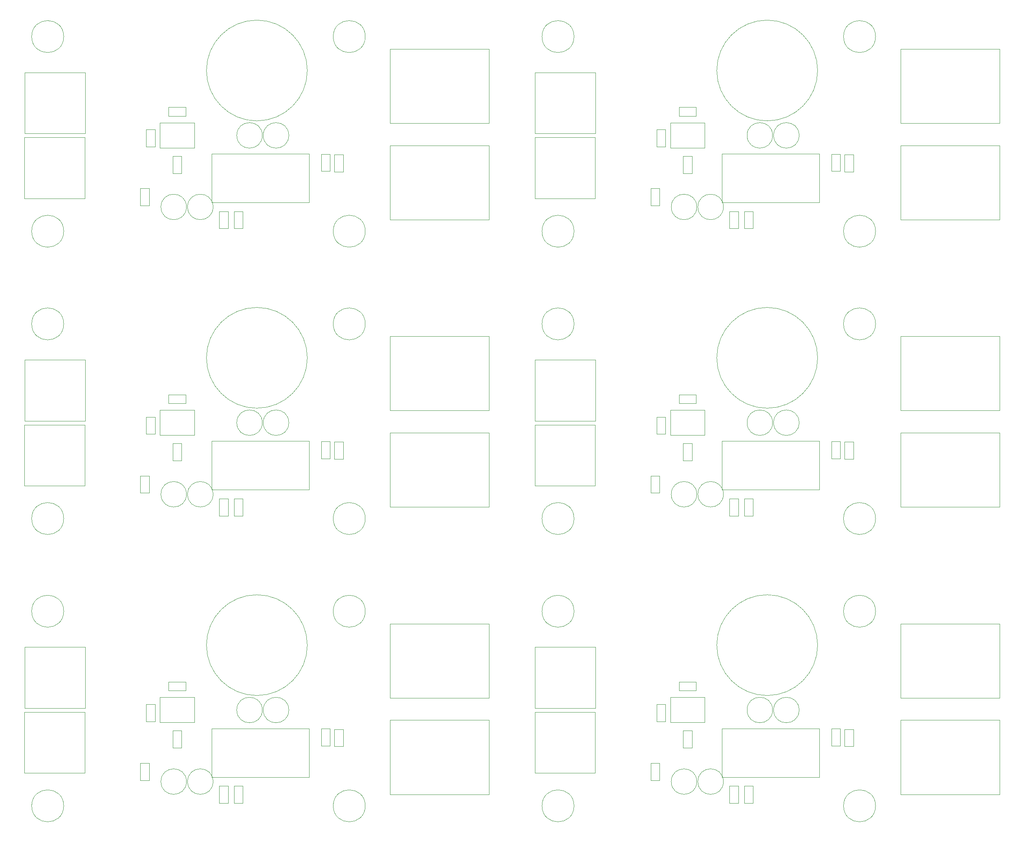
<source format=gbr>
G04 #@! TF.GenerationSoftware,KiCad,Pcbnew,5.1.4*
G04 #@! TF.CreationDate,2019-11-01T23:16:51-03:00*
G04 #@! TF.ProjectId,fonte_18V_panel,666f6e74-655f-4313-9856-5f70616e656c,rev?*
G04 #@! TF.SameCoordinates,Original*
G04 #@! TF.FileFunction,Other,User*
%FSLAX46Y46*%
G04 Gerber Fmt 4.6, Leading zero omitted, Abs format (unit mm)*
G04 Created by KiCad (PCBNEW 5.1.4) date 2019-11-01 23:16:51*
%MOMM*%
%LPD*%
G04 APERTURE LIST*
%ADD10C,0.050000*%
G04 APERTURE END LIST*
D10*
X183555000Y-168975000D02*
X181655000Y-168975000D01*
X181655000Y-168975000D02*
X181655000Y-165275000D01*
X181655000Y-165275000D02*
X183555000Y-165275000D01*
X183555000Y-165275000D02*
X183555000Y-168975000D01*
X73555000Y-168975000D02*
X71655000Y-168975000D01*
X71655000Y-168975000D02*
X71655000Y-165275000D01*
X71655000Y-165275000D02*
X73555000Y-165275000D01*
X73555000Y-165275000D02*
X73555000Y-168975000D01*
X183555000Y-106975000D02*
X181655000Y-106975000D01*
X181655000Y-106975000D02*
X181655000Y-103275000D01*
X181655000Y-103275000D02*
X183555000Y-103275000D01*
X183555000Y-103275000D02*
X183555000Y-106975000D01*
X73555000Y-106975000D02*
X71655000Y-106975000D01*
X71655000Y-106975000D02*
X71655000Y-103275000D01*
X71655000Y-103275000D02*
X73555000Y-103275000D01*
X73555000Y-103275000D02*
X73555000Y-106975000D01*
X183555000Y-44975000D02*
X181655000Y-44975000D01*
X181655000Y-44975000D02*
X181655000Y-41275000D01*
X181655000Y-41275000D02*
X183555000Y-41275000D01*
X183555000Y-41275000D02*
X183555000Y-44975000D01*
X221260000Y-174260000D02*
X219360000Y-174260000D01*
X219360000Y-174260000D02*
X219360000Y-170560000D01*
X219360000Y-170560000D02*
X221260000Y-170560000D01*
X221260000Y-170560000D02*
X221260000Y-174260000D01*
X111260000Y-174260000D02*
X109360000Y-174260000D01*
X109360000Y-174260000D02*
X109360000Y-170560000D01*
X109360000Y-170560000D02*
X111260000Y-170560000D01*
X111260000Y-170560000D02*
X111260000Y-174260000D01*
X221260000Y-112260000D02*
X219360000Y-112260000D01*
X219360000Y-112260000D02*
X219360000Y-108560000D01*
X219360000Y-108560000D02*
X221260000Y-108560000D01*
X221260000Y-108560000D02*
X221260000Y-112260000D01*
X111260000Y-112260000D02*
X109360000Y-112260000D01*
X109360000Y-112260000D02*
X109360000Y-108560000D01*
X109360000Y-108560000D02*
X111260000Y-108560000D01*
X111260000Y-108560000D02*
X111260000Y-112260000D01*
X221260000Y-50260000D02*
X219360000Y-50260000D01*
X219360000Y-50260000D02*
X219360000Y-46560000D01*
X219360000Y-46560000D02*
X221260000Y-46560000D01*
X221260000Y-46560000D02*
X221260000Y-50260000D01*
X187370000Y-170990000D02*
X189270000Y-170990000D01*
X189270000Y-170990000D02*
X189270000Y-174690000D01*
X189270000Y-174690000D02*
X187370000Y-174690000D01*
X187370000Y-174690000D02*
X187370000Y-170990000D01*
X77370000Y-170990000D02*
X79270000Y-170990000D01*
X79270000Y-170990000D02*
X79270000Y-174690000D01*
X79270000Y-174690000D02*
X77370000Y-174690000D01*
X77370000Y-174690000D02*
X77370000Y-170990000D01*
X187370000Y-108990000D02*
X189270000Y-108990000D01*
X189270000Y-108990000D02*
X189270000Y-112690000D01*
X189270000Y-112690000D02*
X187370000Y-112690000D01*
X187370000Y-112690000D02*
X187370000Y-108990000D01*
X77370000Y-108990000D02*
X79270000Y-108990000D01*
X79270000Y-108990000D02*
X79270000Y-112690000D01*
X79270000Y-112690000D02*
X77370000Y-112690000D01*
X77370000Y-112690000D02*
X77370000Y-108990000D01*
X187370000Y-46990000D02*
X189270000Y-46990000D01*
X189270000Y-46990000D02*
X189270000Y-50690000D01*
X189270000Y-50690000D02*
X187370000Y-50690000D01*
X187370000Y-50690000D02*
X187370000Y-46990000D01*
X224090000Y-174380000D02*
X222190000Y-174380000D01*
X222190000Y-174380000D02*
X222190000Y-170680000D01*
X222190000Y-170680000D02*
X224090000Y-170680000D01*
X224090000Y-170680000D02*
X224090000Y-174380000D01*
X114090000Y-174380000D02*
X112190000Y-174380000D01*
X112190000Y-174380000D02*
X112190000Y-170680000D01*
X112190000Y-170680000D02*
X114090000Y-170680000D01*
X114090000Y-170680000D02*
X114090000Y-174380000D01*
X224090000Y-112380000D02*
X222190000Y-112380000D01*
X222190000Y-112380000D02*
X222190000Y-108680000D01*
X222190000Y-108680000D02*
X224090000Y-108680000D01*
X224090000Y-108680000D02*
X224090000Y-112380000D01*
X114090000Y-112380000D02*
X112190000Y-112380000D01*
X112190000Y-112380000D02*
X112190000Y-108680000D01*
X112190000Y-108680000D02*
X114090000Y-108680000D01*
X114090000Y-108680000D02*
X114090000Y-112380000D01*
X224090000Y-50380000D02*
X222190000Y-50380000D01*
X222190000Y-50380000D02*
X222190000Y-46680000D01*
X222190000Y-46680000D02*
X224090000Y-46680000D01*
X224090000Y-46680000D02*
X224090000Y-50380000D01*
X180385000Y-177975000D02*
X182285000Y-177975000D01*
X182285000Y-177975000D02*
X182285000Y-181675000D01*
X182285000Y-181675000D02*
X180385000Y-181675000D01*
X180385000Y-181675000D02*
X180385000Y-177975000D01*
X70385000Y-177975000D02*
X72285000Y-177975000D01*
X72285000Y-177975000D02*
X72285000Y-181675000D01*
X72285000Y-181675000D02*
X70385000Y-181675000D01*
X70385000Y-181675000D02*
X70385000Y-177975000D01*
X180385000Y-115975000D02*
X182285000Y-115975000D01*
X182285000Y-115975000D02*
X182285000Y-119675000D01*
X182285000Y-119675000D02*
X180385000Y-119675000D01*
X180385000Y-119675000D02*
X180385000Y-115975000D01*
X70385000Y-115975000D02*
X72285000Y-115975000D01*
X72285000Y-115975000D02*
X72285000Y-119675000D01*
X72285000Y-119675000D02*
X70385000Y-119675000D01*
X70385000Y-119675000D02*
X70385000Y-115975000D01*
X180385000Y-53975000D02*
X182285000Y-53975000D01*
X182285000Y-53975000D02*
X182285000Y-57675000D01*
X182285000Y-57675000D02*
X180385000Y-57675000D01*
X180385000Y-57675000D02*
X180385000Y-53975000D01*
X255568000Y-147886000D02*
X255568000Y-163906000D01*
X255568000Y-147885000D02*
X234232000Y-147885000D01*
X234232000Y-163905000D02*
X255568000Y-163906000D01*
X234232000Y-163905000D02*
X234232000Y-147885000D01*
X145568000Y-147886000D02*
X145568000Y-163906000D01*
X145568000Y-147885000D02*
X124232000Y-147885000D01*
X124232000Y-163905000D02*
X145568000Y-163906000D01*
X124232000Y-163905000D02*
X124232000Y-147885000D01*
X255568000Y-85886000D02*
X255568000Y-101906000D01*
X255568000Y-85885000D02*
X234232000Y-85885000D01*
X234232000Y-101905000D02*
X255568000Y-101906000D01*
X234232000Y-101905000D02*
X234232000Y-85885000D01*
X145568000Y-85886000D02*
X145568000Y-101906000D01*
X145568000Y-85885000D02*
X124232000Y-85885000D01*
X124232000Y-101905000D02*
X145568000Y-101906000D01*
X124232000Y-101905000D02*
X124232000Y-85885000D01*
X255568000Y-23886000D02*
X255568000Y-39906000D01*
X255568000Y-23885000D02*
X234232000Y-23885000D01*
X234232000Y-39905000D02*
X255568000Y-39906000D01*
X234232000Y-39905000D02*
X234232000Y-23885000D01*
X168455000Y-152960000D02*
X155455000Y-152960000D01*
X155455000Y-152960000D02*
X155455000Y-166120000D01*
X155455000Y-166120000D02*
X168455000Y-166120000D01*
X168455000Y-166120000D02*
X168455000Y-152960000D01*
X58455000Y-152960000D02*
X45455000Y-152960000D01*
X45455000Y-152960000D02*
X45455000Y-166120000D01*
X45455000Y-166120000D02*
X58455000Y-166120000D01*
X58455000Y-166120000D02*
X58455000Y-152960000D01*
X168455000Y-90960000D02*
X155455000Y-90960000D01*
X155455000Y-90960000D02*
X155455000Y-104120000D01*
X155455000Y-104120000D02*
X168455000Y-104120000D01*
X168455000Y-104120000D02*
X168455000Y-90960000D01*
X58455000Y-90960000D02*
X45455000Y-90960000D01*
X45455000Y-90960000D02*
X45455000Y-104120000D01*
X45455000Y-104120000D02*
X58455000Y-104120000D01*
X58455000Y-104120000D02*
X58455000Y-90960000D01*
X168455000Y-28960000D02*
X155455000Y-28960000D01*
X155455000Y-28960000D02*
X155455000Y-42120000D01*
X155455000Y-42120000D02*
X168455000Y-42120000D01*
X168455000Y-42120000D02*
X168455000Y-28960000D01*
X163850000Y-187200000D02*
G75*
G03X163850000Y-187200000I-3450000J0D01*
G01*
X53850000Y-187200000D02*
G75*
G03X53850000Y-187200000I-3450000J0D01*
G01*
X163850000Y-125200000D02*
G75*
G03X163850000Y-125200000I-3450000J0D01*
G01*
X53850000Y-125200000D02*
G75*
G03X53850000Y-125200000I-3450000J0D01*
G01*
X163850000Y-63200000D02*
G75*
G03X163850000Y-63200000I-3450000J0D01*
G01*
X212370000Y-166520000D02*
G75*
G03X212370000Y-166520000I-2750000J0D01*
G01*
X102370000Y-166520000D02*
G75*
G03X102370000Y-166520000I-2750000J0D01*
G01*
X212370000Y-104520000D02*
G75*
G03X212370000Y-104520000I-2750000J0D01*
G01*
X102370000Y-104520000D02*
G75*
G03X102370000Y-104520000I-2750000J0D01*
G01*
X212370000Y-42520000D02*
G75*
G03X212370000Y-42520000I-2750000J0D01*
G01*
X196050000Y-181964000D02*
G75*
G03X196050000Y-181964000I-2750000J0D01*
G01*
X86050000Y-181964000D02*
G75*
G03X86050000Y-181964000I-2750000J0D01*
G01*
X196050000Y-119964000D02*
G75*
G03X196050000Y-119964000I-2750000J0D01*
G01*
X86050000Y-119964000D02*
G75*
G03X86050000Y-119964000I-2750000J0D01*
G01*
X196050000Y-57964000D02*
G75*
G03X196050000Y-57964000I-2750000J0D01*
G01*
X228850000Y-187200000D02*
G75*
G03X228850000Y-187200000I-3450000J0D01*
G01*
X118850000Y-187200000D02*
G75*
G03X118850000Y-187200000I-3450000J0D01*
G01*
X228850000Y-125200000D02*
G75*
G03X228850000Y-125200000I-3450000J0D01*
G01*
X118850000Y-125200000D02*
G75*
G03X118850000Y-125200000I-3450000J0D01*
G01*
X228850000Y-63200000D02*
G75*
G03X228850000Y-63200000I-3450000J0D01*
G01*
X228850000Y-145200000D02*
G75*
G03X228850000Y-145200000I-3450000J0D01*
G01*
X118850000Y-145200000D02*
G75*
G03X118850000Y-145200000I-3450000J0D01*
G01*
X228850000Y-83200000D02*
G75*
G03X228850000Y-83200000I-3450000J0D01*
G01*
X118850000Y-83200000D02*
G75*
G03X118850000Y-83200000I-3450000J0D01*
G01*
X228850000Y-21200000D02*
G75*
G03X228850000Y-21200000I-3450000J0D01*
G01*
X255568000Y-168704000D02*
X255568000Y-184724000D01*
X255568000Y-168703000D02*
X234232000Y-168703000D01*
X234232000Y-184723000D02*
X255568000Y-184724000D01*
X234232000Y-184723000D02*
X234232000Y-168703000D01*
X145568000Y-168704000D02*
X145568000Y-184724000D01*
X145568000Y-168703000D02*
X124232000Y-168703000D01*
X124232000Y-184723000D02*
X145568000Y-184724000D01*
X124232000Y-184723000D02*
X124232000Y-168703000D01*
X255568000Y-106704000D02*
X255568000Y-122724000D01*
X255568000Y-106703000D02*
X234232000Y-106703000D01*
X234232000Y-122723000D02*
X255568000Y-122724000D01*
X234232000Y-122723000D02*
X234232000Y-106703000D01*
X145568000Y-106704000D02*
X145568000Y-122724000D01*
X145568000Y-106703000D02*
X124232000Y-106703000D01*
X124232000Y-122723000D02*
X145568000Y-122724000D01*
X124232000Y-122723000D02*
X124232000Y-106703000D01*
X255568000Y-44704000D02*
X255568000Y-60724000D01*
X255568000Y-44703000D02*
X234232000Y-44703000D01*
X234232000Y-60723000D02*
X255568000Y-60724000D01*
X234232000Y-60723000D02*
X234232000Y-44703000D01*
X163850000Y-145200000D02*
G75*
G03X163850000Y-145200000I-3450000J0D01*
G01*
X53850000Y-145200000D02*
G75*
G03X53850000Y-145200000I-3450000J0D01*
G01*
X163850000Y-83200000D02*
G75*
G03X163850000Y-83200000I-3450000J0D01*
G01*
X53850000Y-83200000D02*
G75*
G03X53850000Y-83200000I-3450000J0D01*
G01*
X163850000Y-21200000D02*
G75*
G03X163850000Y-21200000I-3450000J0D01*
G01*
X206655000Y-166520000D02*
G75*
G03X206655000Y-166520000I-2750000J0D01*
G01*
X96655000Y-166520000D02*
G75*
G03X96655000Y-166520000I-2750000J0D01*
G01*
X206655000Y-104520000D02*
G75*
G03X206655000Y-104520000I-2750000J0D01*
G01*
X96655000Y-104520000D02*
G75*
G03X96655000Y-104520000I-2750000J0D01*
G01*
X206655000Y-42520000D02*
G75*
G03X206655000Y-42520000I-2750000J0D01*
G01*
X216730000Y-170500000D02*
X195770000Y-170500000D01*
X195770000Y-170500000D02*
X195770000Y-181000000D01*
X195770000Y-181000000D02*
X216730000Y-181000000D01*
X216730000Y-181000000D02*
X216730000Y-170500000D01*
X106730000Y-170500000D02*
X85770000Y-170500000D01*
X85770000Y-170500000D02*
X85770000Y-181000000D01*
X85770000Y-181000000D02*
X106730000Y-181000000D01*
X106730000Y-181000000D02*
X106730000Y-170500000D01*
X216730000Y-108500000D02*
X195770000Y-108500000D01*
X195770000Y-108500000D02*
X195770000Y-119000000D01*
X195770000Y-119000000D02*
X216730000Y-119000000D01*
X216730000Y-119000000D02*
X216730000Y-108500000D01*
X106730000Y-108500000D02*
X85770000Y-108500000D01*
X85770000Y-108500000D02*
X85770000Y-119000000D01*
X85770000Y-119000000D02*
X106730000Y-119000000D01*
X106730000Y-119000000D02*
X106730000Y-108500000D01*
X216730000Y-46500000D02*
X195770000Y-46500000D01*
X195770000Y-46500000D02*
X195770000Y-57000000D01*
X195770000Y-57000000D02*
X216730000Y-57000000D01*
X216730000Y-57000000D02*
X216730000Y-46500000D01*
X200555000Y-182915000D02*
X202455000Y-182915000D01*
X202455000Y-182915000D02*
X202455000Y-186615000D01*
X202455000Y-186615000D02*
X200555000Y-186615000D01*
X200555000Y-186615000D02*
X200555000Y-182915000D01*
X90555000Y-182915000D02*
X92455000Y-182915000D01*
X92455000Y-182915000D02*
X92455000Y-186615000D01*
X92455000Y-186615000D02*
X90555000Y-186615000D01*
X90555000Y-186615000D02*
X90555000Y-182915000D01*
X200555000Y-120915000D02*
X202455000Y-120915000D01*
X202455000Y-120915000D02*
X202455000Y-124615000D01*
X202455000Y-124615000D02*
X200555000Y-124615000D01*
X200555000Y-124615000D02*
X200555000Y-120915000D01*
X90555000Y-120915000D02*
X92455000Y-120915000D01*
X92455000Y-120915000D02*
X92455000Y-124615000D01*
X92455000Y-124615000D02*
X90555000Y-124615000D01*
X90555000Y-124615000D02*
X90555000Y-120915000D01*
X200555000Y-58915000D02*
X202455000Y-58915000D01*
X202455000Y-58915000D02*
X202455000Y-62615000D01*
X202455000Y-62615000D02*
X200555000Y-62615000D01*
X200555000Y-62615000D02*
X200555000Y-58915000D01*
X168400000Y-166960000D02*
X155400000Y-166960000D01*
X155400000Y-166960000D02*
X155400000Y-180120000D01*
X155400000Y-180120000D02*
X168400000Y-180120000D01*
X168400000Y-180120000D02*
X168400000Y-166960000D01*
X58400000Y-166960000D02*
X45400000Y-166960000D01*
X45400000Y-166960000D02*
X45400000Y-180120000D01*
X45400000Y-180120000D02*
X58400000Y-180120000D01*
X58400000Y-180120000D02*
X58400000Y-166960000D01*
X168400000Y-104960000D02*
X155400000Y-104960000D01*
X155400000Y-104960000D02*
X155400000Y-118120000D01*
X155400000Y-118120000D02*
X168400000Y-118120000D01*
X168400000Y-118120000D02*
X168400000Y-104960000D01*
X58400000Y-104960000D02*
X45400000Y-104960000D01*
X45400000Y-104960000D02*
X45400000Y-118120000D01*
X45400000Y-118120000D02*
X58400000Y-118120000D01*
X58400000Y-118120000D02*
X58400000Y-104960000D01*
X168400000Y-42960000D02*
X155400000Y-42960000D01*
X155400000Y-42960000D02*
X155400000Y-56120000D01*
X155400000Y-56120000D02*
X168400000Y-56120000D01*
X168400000Y-56120000D02*
X168400000Y-42960000D01*
X184620000Y-163790000D02*
X184620000Y-169190000D01*
X184620000Y-169190000D02*
X192020000Y-169190000D01*
X192020000Y-169190000D02*
X192020000Y-163790000D01*
X192020000Y-163790000D02*
X184620000Y-163790000D01*
X74620000Y-163790000D02*
X74620000Y-169190000D01*
X74620000Y-169190000D02*
X82020000Y-169190000D01*
X82020000Y-169190000D02*
X82020000Y-163790000D01*
X82020000Y-163790000D02*
X74620000Y-163790000D01*
X184620000Y-101790000D02*
X184620000Y-107190000D01*
X184620000Y-107190000D02*
X192020000Y-107190000D01*
X192020000Y-107190000D02*
X192020000Y-101790000D01*
X192020000Y-101790000D02*
X184620000Y-101790000D01*
X74620000Y-101790000D02*
X74620000Y-107190000D01*
X74620000Y-107190000D02*
X82020000Y-107190000D01*
X82020000Y-107190000D02*
X82020000Y-101790000D01*
X82020000Y-101790000D02*
X74620000Y-101790000D01*
X184620000Y-39790000D02*
X184620000Y-45190000D01*
X184620000Y-45190000D02*
X192020000Y-45190000D01*
X192020000Y-45190000D02*
X192020000Y-39790000D01*
X192020000Y-39790000D02*
X184620000Y-39790000D01*
X190308000Y-181964000D02*
G75*
G03X190308000Y-181964000I-2750000J0D01*
G01*
X80308000Y-181964000D02*
G75*
G03X80308000Y-181964000I-2750000J0D01*
G01*
X190308000Y-119964000D02*
G75*
G03X190308000Y-119964000I-2750000J0D01*
G01*
X80308000Y-119964000D02*
G75*
G03X80308000Y-119964000I-2750000J0D01*
G01*
X190308000Y-57964000D02*
G75*
G03X190308000Y-57964000I-2750000J0D01*
G01*
X216360000Y-152520000D02*
G75*
G03X216360000Y-152520000I-10870000J0D01*
G01*
X106360000Y-152520000D02*
G75*
G03X106360000Y-152520000I-10870000J0D01*
G01*
X216360000Y-90520000D02*
G75*
G03X216360000Y-90520000I-10870000J0D01*
G01*
X106360000Y-90520000D02*
G75*
G03X106360000Y-90520000I-10870000J0D01*
G01*
X216360000Y-28520000D02*
G75*
G03X216360000Y-28520000I-10870000J0D01*
G01*
X190170000Y-160460000D02*
X190170000Y-162360000D01*
X190170000Y-162360000D02*
X186470000Y-162360000D01*
X186470000Y-162360000D02*
X186470000Y-160460000D01*
X186470000Y-160460000D02*
X190170000Y-160460000D01*
X80170000Y-160460000D02*
X80170000Y-162360000D01*
X80170000Y-162360000D02*
X76470000Y-162360000D01*
X76470000Y-162360000D02*
X76470000Y-160460000D01*
X76470000Y-160460000D02*
X80170000Y-160460000D01*
X190170000Y-98460000D02*
X190170000Y-100360000D01*
X190170000Y-100360000D02*
X186470000Y-100360000D01*
X186470000Y-100360000D02*
X186470000Y-98460000D01*
X186470000Y-98460000D02*
X190170000Y-98460000D01*
X80170000Y-98460000D02*
X80170000Y-100360000D01*
X80170000Y-100360000D02*
X76470000Y-100360000D01*
X76470000Y-100360000D02*
X76470000Y-98460000D01*
X76470000Y-98460000D02*
X80170000Y-98460000D01*
X190170000Y-36460000D02*
X190170000Y-38360000D01*
X190170000Y-38360000D02*
X186470000Y-38360000D01*
X186470000Y-38360000D02*
X186470000Y-36460000D01*
X186470000Y-36460000D02*
X190170000Y-36460000D01*
X199280000Y-186615000D02*
X197380000Y-186615000D01*
X197380000Y-186615000D02*
X197380000Y-182915000D01*
X197380000Y-182915000D02*
X199280000Y-182915000D01*
X199280000Y-182915000D02*
X199280000Y-186615000D01*
X89280000Y-186615000D02*
X87380000Y-186615000D01*
X87380000Y-186615000D02*
X87380000Y-182915000D01*
X87380000Y-182915000D02*
X89280000Y-182915000D01*
X89280000Y-182915000D02*
X89280000Y-186615000D01*
X199280000Y-124615000D02*
X197380000Y-124615000D01*
X197380000Y-124615000D02*
X197380000Y-120915000D01*
X197380000Y-120915000D02*
X199280000Y-120915000D01*
X199280000Y-120915000D02*
X199280000Y-124615000D01*
X89280000Y-124615000D02*
X87380000Y-124615000D01*
X87380000Y-124615000D02*
X87380000Y-120915000D01*
X87380000Y-120915000D02*
X89280000Y-120915000D01*
X89280000Y-120915000D02*
X89280000Y-124615000D01*
X199280000Y-62615000D02*
X197380000Y-62615000D01*
X197380000Y-62615000D02*
X197380000Y-58915000D01*
X197380000Y-58915000D02*
X199280000Y-58915000D01*
X199280000Y-58915000D02*
X199280000Y-62615000D01*
X124232000Y-39905000D02*
X124232000Y-23885000D01*
X124232000Y-39905000D02*
X145568000Y-39906000D01*
X145568000Y-23885000D02*
X124232000Y-23885000D01*
X145568000Y-23886000D02*
X145568000Y-39906000D01*
X124232000Y-60723000D02*
X124232000Y-44703000D01*
X124232000Y-60723000D02*
X145568000Y-60724000D01*
X145568000Y-44703000D02*
X124232000Y-44703000D01*
X145568000Y-44704000D02*
X145568000Y-60724000D01*
X118850000Y-21200000D02*
G75*
G03X118850000Y-21200000I-3450000J0D01*
G01*
X118850000Y-63200000D02*
G75*
G03X118850000Y-63200000I-3450000J0D01*
G01*
X53850000Y-63200000D02*
G75*
G03X53850000Y-63200000I-3450000J0D01*
G01*
X53850000Y-21200000D02*
G75*
G03X53850000Y-21200000I-3450000J0D01*
G01*
X82020000Y-39790000D02*
X74620000Y-39790000D01*
X82020000Y-45190000D02*
X82020000Y-39790000D01*
X74620000Y-45190000D02*
X82020000Y-45190000D01*
X74620000Y-39790000D02*
X74620000Y-45190000D01*
X89280000Y-58915000D02*
X89280000Y-62615000D01*
X87380000Y-58915000D02*
X89280000Y-58915000D01*
X87380000Y-62615000D02*
X87380000Y-58915000D01*
X89280000Y-62615000D02*
X87380000Y-62615000D01*
X111260000Y-46560000D02*
X111260000Y-50260000D01*
X109360000Y-46560000D02*
X111260000Y-46560000D01*
X109360000Y-50260000D02*
X109360000Y-46560000D01*
X111260000Y-50260000D02*
X109360000Y-50260000D01*
X73555000Y-41275000D02*
X73555000Y-44975000D01*
X71655000Y-41275000D02*
X73555000Y-41275000D01*
X71655000Y-44975000D02*
X71655000Y-41275000D01*
X73555000Y-44975000D02*
X71655000Y-44975000D01*
X70385000Y-57675000D02*
X70385000Y-53975000D01*
X72285000Y-57675000D02*
X70385000Y-57675000D01*
X72285000Y-53975000D02*
X72285000Y-57675000D01*
X70385000Y-53975000D02*
X72285000Y-53975000D01*
X77370000Y-50690000D02*
X77370000Y-46990000D01*
X79270000Y-50690000D02*
X77370000Y-50690000D01*
X79270000Y-46990000D02*
X79270000Y-50690000D01*
X77370000Y-46990000D02*
X79270000Y-46990000D01*
X114090000Y-46680000D02*
X114090000Y-50380000D01*
X112190000Y-46680000D02*
X114090000Y-46680000D01*
X112190000Y-50380000D02*
X112190000Y-46680000D01*
X114090000Y-50380000D02*
X112190000Y-50380000D01*
X106360000Y-28520000D02*
G75*
G03X106360000Y-28520000I-10870000J0D01*
G01*
X58455000Y-42120000D02*
X58455000Y-28960000D01*
X45455000Y-42120000D02*
X58455000Y-42120000D01*
X45455000Y-28960000D02*
X45455000Y-42120000D01*
X58455000Y-28960000D02*
X45455000Y-28960000D01*
X58400000Y-56120000D02*
X58400000Y-42960000D01*
X45400000Y-56120000D02*
X58400000Y-56120000D01*
X45400000Y-42960000D02*
X45400000Y-56120000D01*
X58400000Y-42960000D02*
X45400000Y-42960000D01*
X90555000Y-62615000D02*
X90555000Y-58915000D01*
X92455000Y-62615000D02*
X90555000Y-62615000D01*
X92455000Y-58915000D02*
X92455000Y-62615000D01*
X90555000Y-58915000D02*
X92455000Y-58915000D01*
X102370000Y-42520000D02*
G75*
G03X102370000Y-42520000I-2750000J0D01*
G01*
X96655000Y-42520000D02*
G75*
G03X96655000Y-42520000I-2750000J0D01*
G01*
X86050000Y-57964000D02*
G75*
G03X86050000Y-57964000I-2750000J0D01*
G01*
X80308000Y-57964000D02*
G75*
G03X80308000Y-57964000I-2750000J0D01*
G01*
X76470000Y-36460000D02*
X80170000Y-36460000D01*
X76470000Y-38360000D02*
X76470000Y-36460000D01*
X80170000Y-38360000D02*
X76470000Y-38360000D01*
X80170000Y-36460000D02*
X80170000Y-38360000D01*
X106730000Y-57000000D02*
X106730000Y-46500000D01*
X85770000Y-57000000D02*
X106730000Y-57000000D01*
X85770000Y-46500000D02*
X85770000Y-57000000D01*
X106730000Y-46500000D02*
X85770000Y-46500000D01*
M02*

</source>
